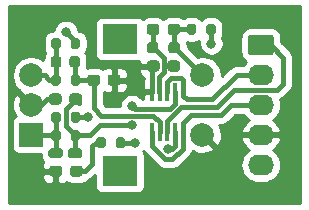
<source format=gbr>
%TF.GenerationSoftware,KiCad,Pcbnew,5.1.12-1.fc35*%
%TF.CreationDate,2021-11-27T14:34:01+00:00*%
%TF.ProjectId,kiCAD_TriSchmittPanelMount_v003.1,6b694341-445f-4547-9269-5363686d6974,rev?*%
%TF.SameCoordinates,Original*%
%TF.FileFunction,Copper,L1,Top*%
%TF.FilePolarity,Positive*%
%FSLAX46Y46*%
G04 Gerber Fmt 4.6, Leading zero omitted, Abs format (unit mm)*
G04 Created by KiCad (PCBNEW 5.1.12-1.fc35) date 2021-11-27 14:34:01*
%MOMM*%
%LPD*%
G01*
G04 APERTURE LIST*
%TA.AperFunction,ComponentPad*%
%ADD10O,2.190000X1.740000*%
%TD*%
%TA.AperFunction,SMDPad,CuDef*%
%ADD11R,0.300000X1.600000*%
%TD*%
%TA.AperFunction,ComponentPad*%
%ADD12C,2.000000*%
%TD*%
%TA.AperFunction,ComponentPad*%
%ADD13R,3.000000X2.500000*%
%TD*%
%TA.AperFunction,ComponentPad*%
%ADD14R,2.000000X2.000000*%
%TD*%
%TA.AperFunction,ViaPad*%
%ADD15C,0.800000*%
%TD*%
%TA.AperFunction,Conductor*%
%ADD16C,0.400000*%
%TD*%
%TA.AperFunction,Conductor*%
%ADD17C,1.000000*%
%TD*%
%TA.AperFunction,Conductor*%
%ADD18C,0.254000*%
%TD*%
%TA.AperFunction,Conductor*%
%ADD19C,0.100000*%
%TD*%
G04 APERTURE END LIST*
%TO.P,R7,2*%
%TO.N,Net-(D4-Pad2)*%
%TA.AperFunction,SMDPad,CuDef*%
G36*
G01*
X200675000Y-76625000D02*
X200675000Y-77175000D01*
G75*
G02*
X200475000Y-77375000I-200000J0D01*
G01*
X200075000Y-77375000D01*
G75*
G02*
X199875000Y-77175000I0J200000D01*
G01*
X199875000Y-76625000D01*
G75*
G02*
X200075000Y-76425000I200000J0D01*
G01*
X200475000Y-76425000D01*
G75*
G02*
X200675000Y-76625000I0J-200000D01*
G01*
G37*
%TD.AperFunction*%
%TO.P,R7,1*%
%TO.N,VCC*%
%TA.AperFunction,SMDPad,CuDef*%
G36*
G01*
X202325000Y-76625000D02*
X202325000Y-77175000D01*
G75*
G02*
X202125000Y-77375000I-200000J0D01*
G01*
X201725000Y-77375000D01*
G75*
G02*
X201525000Y-77175000I0J200000D01*
G01*
X201525000Y-76625000D01*
G75*
G02*
X201725000Y-76425000I200000J0D01*
G01*
X202125000Y-76425000D01*
G75*
G02*
X202325000Y-76625000I0J-200000D01*
G01*
G37*
%TD.AperFunction*%
%TD*%
%TO.P,D4,2*%
%TO.N,Net-(D4-Pad2)*%
%TA.AperFunction,SMDPad,CuDef*%
G36*
G01*
X197650000Y-79537500D02*
X197650000Y-79062500D01*
G75*
G02*
X197887500Y-78825000I237500J0D01*
G01*
X198462500Y-78825000D01*
G75*
G02*
X198700000Y-79062500I0J-237500D01*
G01*
X198700000Y-79537500D01*
G75*
G02*
X198462500Y-79775000I-237500J0D01*
G01*
X197887500Y-79775000D01*
G75*
G02*
X197650000Y-79537500I0J237500D01*
G01*
G37*
%TD.AperFunction*%
%TO.P,D4,1*%
%TO.N,GND*%
%TA.AperFunction,SMDPad,CuDef*%
G36*
G01*
X195900000Y-79537500D02*
X195900000Y-79062500D01*
G75*
G02*
X196137500Y-78825000I237500J0D01*
G01*
X196712500Y-78825000D01*
G75*
G02*
X196950000Y-79062500I0J-237500D01*
G01*
X196950000Y-79537500D01*
G75*
G02*
X196712500Y-79775000I-237500J0D01*
G01*
X196137500Y-79775000D01*
G75*
G02*
X195900000Y-79537500I0J237500D01*
G01*
G37*
%TD.AperFunction*%
%TD*%
%TO.P,J1,1*%
%TO.N,/EncA_Out*%
%TA.AperFunction,ComponentPad*%
G36*
G01*
X212954999Y-67750000D02*
X214645001Y-67750000D01*
G75*
G02*
X214895000Y-67999999I0J-249999D01*
G01*
X214895000Y-69240001D01*
G75*
G02*
X214645001Y-69490000I-249999J0D01*
G01*
X212954999Y-69490000D01*
G75*
G02*
X212705000Y-69240001I0J249999D01*
G01*
X212705000Y-67999999D01*
G75*
G02*
X212954999Y-67750000I249999J0D01*
G01*
G37*
%TD.AperFunction*%
D10*
%TO.P,J1,2*%
%TO.N,/EncB_Out*%
X213800000Y-71160000D03*
%TO.P,J1,3*%
%TO.N,/EncSw_Out*%
X213800000Y-73700000D03*
%TO.P,J1,4*%
%TO.N,GND*%
X213800000Y-76240000D03*
%TO.P,J1,5*%
%TO.N,VCC*%
X213800000Y-78780000D03*
%TD*%
D11*
%TO.P,U1,8*%
%TO.N,VCC*%
X206525000Y-76000000D03*
%TO.P,U1,7*%
%TO.N,/EncA_Out*%
X205875000Y-76000000D03*
%TO.P,U1,6*%
%TO.N,Trig_EncB*%
X205225000Y-76000000D03*
%TO.P,U1,5*%
%TO.N,/EncSw_Out*%
X204575000Y-76000000D03*
%TO.P,U1,4*%
%TO.N,GND*%
X204575000Y-72600000D03*
%TO.P,U1,3*%
%TO.N,Trig_EncSw*%
X205225000Y-72600000D03*
%TO.P,U1,2*%
%TO.N,/EncB_Out*%
X205875000Y-72600000D03*
%TO.P,U1,1*%
%TO.N,Trig_EncA*%
X206525000Y-72600000D03*
%TD*%
%TO.P,R6,2*%
%TO.N,Sig_EncSw*%
%TA.AperFunction,SMDPad,CuDef*%
G36*
G01*
X205975000Y-69087500D02*
X205975000Y-68612500D01*
G75*
G02*
X206212500Y-68375000I237500J0D01*
G01*
X206712500Y-68375000D01*
G75*
G02*
X206950000Y-68612500I0J-237500D01*
G01*
X206950000Y-69087500D01*
G75*
G02*
X206712500Y-69325000I-237500J0D01*
G01*
X206212500Y-69325000D01*
G75*
G02*
X205975000Y-69087500I0J237500D01*
G01*
G37*
%TD.AperFunction*%
%TO.P,R6,1*%
%TO.N,Trig_EncSw*%
%TA.AperFunction,SMDPad,CuDef*%
G36*
G01*
X204150000Y-69087500D02*
X204150000Y-68612500D01*
G75*
G02*
X204387500Y-68375000I237500J0D01*
G01*
X204887500Y-68375000D01*
G75*
G02*
X205125000Y-68612500I0J-237500D01*
G01*
X205125000Y-69087500D01*
G75*
G02*
X204887500Y-69325000I-237500J0D01*
G01*
X204387500Y-69325000D01*
G75*
G02*
X204150000Y-69087500I0J237500D01*
G01*
G37*
%TD.AperFunction*%
%TD*%
%TO.P,R5,2*%
%TO.N,VCC*%
%TA.AperFunction,SMDPad,CuDef*%
G36*
G01*
X209175000Y-67575000D02*
X209175000Y-67025000D01*
G75*
G02*
X209375000Y-66825000I200000J0D01*
G01*
X209775000Y-66825000D01*
G75*
G02*
X209975000Y-67025000I0J-200000D01*
G01*
X209975000Y-67575000D01*
G75*
G02*
X209775000Y-67775000I-200000J0D01*
G01*
X209375000Y-67775000D01*
G75*
G02*
X209175000Y-67575000I0J200000D01*
G01*
G37*
%TD.AperFunction*%
%TO.P,R5,1*%
%TO.N,Sig_EncSw*%
%TA.AperFunction,SMDPad,CuDef*%
G36*
G01*
X207525000Y-67575000D02*
X207525000Y-67025000D01*
G75*
G02*
X207725000Y-66825000I200000J0D01*
G01*
X208125000Y-66825000D01*
G75*
G02*
X208325000Y-67025000I0J-200000D01*
G01*
X208325000Y-67575000D01*
G75*
G02*
X208125000Y-67775000I-200000J0D01*
G01*
X207725000Y-67775000D01*
G75*
G02*
X207525000Y-67575000I0J200000D01*
G01*
G37*
%TD.AperFunction*%
%TD*%
%TO.P,R4,2*%
%TO.N,Sig_EncB*%
%TA.AperFunction,SMDPad,CuDef*%
G36*
G01*
X196833834Y-71325000D02*
X196833834Y-71875000D01*
G75*
G02*
X196633834Y-72075000I-200000J0D01*
G01*
X196233834Y-72075000D01*
G75*
G02*
X196033834Y-71875000I0J200000D01*
G01*
X196033834Y-71325000D01*
G75*
G02*
X196233834Y-71125000I200000J0D01*
G01*
X196633834Y-71125000D01*
G75*
G02*
X196833834Y-71325000I0J-200000D01*
G01*
G37*
%TD.AperFunction*%
%TO.P,R4,1*%
%TO.N,Trig_EncB*%
%TA.AperFunction,SMDPad,CuDef*%
G36*
G01*
X198483834Y-71325000D02*
X198483834Y-71875000D01*
G75*
G02*
X198283834Y-72075000I-200000J0D01*
G01*
X197883834Y-72075000D01*
G75*
G02*
X197683834Y-71875000I0J200000D01*
G01*
X197683834Y-71325000D01*
G75*
G02*
X197883834Y-71125000I200000J0D01*
G01*
X198283834Y-71125000D01*
G75*
G02*
X198483834Y-71325000I0J-200000D01*
G01*
G37*
%TD.AperFunction*%
%TD*%
%TO.P,R3,2*%
%TO.N,VCC*%
%TA.AperFunction,SMDPad,CuDef*%
G36*
G01*
X197683834Y-68775000D02*
X197683834Y-68225000D01*
G75*
G02*
X197883834Y-68025000I200000J0D01*
G01*
X198283834Y-68025000D01*
G75*
G02*
X198483834Y-68225000I0J-200000D01*
G01*
X198483834Y-68775000D01*
G75*
G02*
X198283834Y-68975000I-200000J0D01*
G01*
X197883834Y-68975000D01*
G75*
G02*
X197683834Y-68775000I0J200000D01*
G01*
G37*
%TD.AperFunction*%
%TO.P,R3,1*%
%TO.N,Sig_EncB*%
%TA.AperFunction,SMDPad,CuDef*%
G36*
G01*
X196033834Y-68775000D02*
X196033834Y-68225000D01*
G75*
G02*
X196233834Y-68025000I200000J0D01*
G01*
X196633834Y-68025000D01*
G75*
G02*
X196833834Y-68225000I0J-200000D01*
G01*
X196833834Y-68775000D01*
G75*
G02*
X196633834Y-68975000I-200000J0D01*
G01*
X196233834Y-68975000D01*
G75*
G02*
X196033834Y-68775000I0J200000D01*
G01*
G37*
%TD.AperFunction*%
%TD*%
%TO.P,R2,1*%
%TO.N,Trig_EncA*%
%TA.AperFunction,SMDPad,CuDef*%
G36*
G01*
X198483834Y-75998334D02*
X198483834Y-76548334D01*
G75*
G02*
X198283834Y-76748334I-200000J0D01*
G01*
X197883834Y-76748334D01*
G75*
G02*
X197683834Y-76548334I0J200000D01*
G01*
X197683834Y-75998334D01*
G75*
G02*
X197883834Y-75798334I200000J0D01*
G01*
X198283834Y-75798334D01*
G75*
G02*
X198483834Y-75998334I0J-200000D01*
G01*
G37*
%TD.AperFunction*%
%TO.P,R2,2*%
%TO.N,Sig_EncA*%
%TA.AperFunction,SMDPad,CuDef*%
G36*
G01*
X196833834Y-75998334D02*
X196833834Y-76548334D01*
G75*
G02*
X196633834Y-76748334I-200000J0D01*
G01*
X196233834Y-76748334D01*
G75*
G02*
X196033834Y-76548334I0J200000D01*
G01*
X196033834Y-75998334D01*
G75*
G02*
X196233834Y-75798334I200000J0D01*
G01*
X196633834Y-75798334D01*
G75*
G02*
X196833834Y-75998334I0J-200000D01*
G01*
G37*
%TD.AperFunction*%
%TD*%
%TO.P,R1,1*%
%TO.N,Sig_EncA*%
%TA.AperFunction,SMDPad,CuDef*%
G36*
G01*
X196033834Y-75011668D02*
X196033834Y-74461668D01*
G75*
G02*
X196233834Y-74261668I200000J0D01*
G01*
X196633834Y-74261668D01*
G75*
G02*
X196833834Y-74461668I0J-200000D01*
G01*
X196833834Y-75011668D01*
G75*
G02*
X196633834Y-75211668I-200000J0D01*
G01*
X196233834Y-75211668D01*
G75*
G02*
X196033834Y-75011668I0J200000D01*
G01*
G37*
%TD.AperFunction*%
%TO.P,R1,2*%
%TO.N,VCC*%
%TA.AperFunction,SMDPad,CuDef*%
G36*
G01*
X197683834Y-75011668D02*
X197683834Y-74461668D01*
G75*
G02*
X197883834Y-74261668I200000J0D01*
G01*
X198283834Y-74261668D01*
G75*
G02*
X198483834Y-74461668I0J-200000D01*
G01*
X198483834Y-75011668D01*
G75*
G02*
X198283834Y-75211668I-200000J0D01*
G01*
X197883834Y-75211668D01*
G75*
G02*
X197683834Y-75011668I0J200000D01*
G01*
G37*
%TD.AperFunction*%
%TD*%
%TO.P,D3,2*%
%TO.N,Sig_EncSw*%
%TA.AperFunction,SMDPad,CuDef*%
G36*
G01*
X205900000Y-67537500D02*
X205900000Y-67062500D01*
G75*
G02*
X206137500Y-66825000I237500J0D01*
G01*
X206712500Y-66825000D01*
G75*
G02*
X206950000Y-67062500I0J-237500D01*
G01*
X206950000Y-67537500D01*
G75*
G02*
X206712500Y-67775000I-237500J0D01*
G01*
X206137500Y-67775000D01*
G75*
G02*
X205900000Y-67537500I0J237500D01*
G01*
G37*
%TD.AperFunction*%
%TO.P,D3,1*%
%TO.N,Trig_EncSw*%
%TA.AperFunction,SMDPad,CuDef*%
G36*
G01*
X204150000Y-67537500D02*
X204150000Y-67062500D01*
G75*
G02*
X204387500Y-66825000I237500J0D01*
G01*
X204962500Y-66825000D01*
G75*
G02*
X205200000Y-67062500I0J-237500D01*
G01*
X205200000Y-67537500D01*
G75*
G02*
X204962500Y-67775000I-237500J0D01*
G01*
X204387500Y-67775000D01*
G75*
G02*
X204150000Y-67537500I0J237500D01*
G01*
G37*
%TD.AperFunction*%
%TD*%
%TO.P,D2,2*%
%TO.N,Sig_EncB*%
%TA.AperFunction,SMDPad,CuDef*%
G36*
G01*
X196888834Y-69793750D02*
X196888834Y-70306250D01*
G75*
G02*
X196670084Y-70525000I-218750J0D01*
G01*
X196232584Y-70525000D01*
G75*
G02*
X196013834Y-70306250I0J218750D01*
G01*
X196013834Y-69793750D01*
G75*
G02*
X196232584Y-69575000I218750J0D01*
G01*
X196670084Y-69575000D01*
G75*
G02*
X196888834Y-69793750I0J-218750D01*
G01*
G37*
%TD.AperFunction*%
%TO.P,D2,1*%
%TO.N,Trig_EncB*%
%TA.AperFunction,SMDPad,CuDef*%
G36*
G01*
X198463834Y-69793750D02*
X198463834Y-70306250D01*
G75*
G02*
X198245084Y-70525000I-218750J0D01*
G01*
X197807584Y-70525000D01*
G75*
G02*
X197588834Y-70306250I0J218750D01*
G01*
X197588834Y-69793750D01*
G75*
G02*
X197807584Y-69575000I218750J0D01*
G01*
X198245084Y-69575000D01*
G75*
G02*
X198463834Y-69793750I0J-218750D01*
G01*
G37*
%TD.AperFunction*%
%TD*%
%TO.P,D1,1*%
%TO.N,Trig_EncA*%
%TA.AperFunction,SMDPad,CuDef*%
G36*
G01*
X198663834Y-77587500D02*
X198663834Y-78012500D01*
G75*
G02*
X198451334Y-78225000I-212500J0D01*
G01*
X197651334Y-78225000D01*
G75*
G02*
X197438834Y-78012500I0J212500D01*
G01*
X197438834Y-77587500D01*
G75*
G02*
X197651334Y-77375000I212500J0D01*
G01*
X198451334Y-77375000D01*
G75*
G02*
X198663834Y-77587500I0J-212500D01*
G01*
G37*
%TD.AperFunction*%
%TO.P,D1,2*%
%TO.N,Sig_EncA*%
%TA.AperFunction,SMDPad,CuDef*%
G36*
G01*
X197038834Y-77587500D02*
X197038834Y-78012500D01*
G75*
G02*
X196826334Y-78225000I-212500J0D01*
G01*
X196026334Y-78225000D01*
G75*
G02*
X195813834Y-78012500I0J212500D01*
G01*
X195813834Y-77587500D01*
G75*
G02*
X196026334Y-77375000I212500J0D01*
G01*
X196826334Y-77375000D01*
G75*
G02*
X197038834Y-77587500I0J-212500D01*
G01*
G37*
%TD.AperFunction*%
%TD*%
%TO.P,C3,2*%
%TO.N,Trig_EncSw*%
%TA.AperFunction,SMDPad,CuDef*%
G36*
G01*
X205875000Y-70637500D02*
X205875000Y-70162500D01*
G75*
G02*
X206112500Y-69925000I237500J0D01*
G01*
X206712500Y-69925000D01*
G75*
G02*
X206950000Y-70162500I0J-237500D01*
G01*
X206950000Y-70637500D01*
G75*
G02*
X206712500Y-70875000I-237500J0D01*
G01*
X206112500Y-70875000D01*
G75*
G02*
X205875000Y-70637500I0J237500D01*
G01*
G37*
%TD.AperFunction*%
%TO.P,C3,1*%
%TO.N,GND*%
%TA.AperFunction,SMDPad,CuDef*%
G36*
G01*
X204150000Y-70637500D02*
X204150000Y-70162500D01*
G75*
G02*
X204387500Y-69925000I237500J0D01*
G01*
X204987500Y-69925000D01*
G75*
G02*
X205225000Y-70162500I0J-237500D01*
G01*
X205225000Y-70637500D01*
G75*
G02*
X204987500Y-70875000I-237500J0D01*
G01*
X204387500Y-70875000D01*
G75*
G02*
X204150000Y-70637500I0J237500D01*
G01*
G37*
%TD.AperFunction*%
%TD*%
%TO.P,C2,2*%
%TO.N,Trig_EncB*%
%TA.AperFunction,SMDPad,CuDef*%
G36*
G01*
X200175000Y-71362500D02*
X200175000Y-71837500D01*
G75*
G02*
X199937500Y-72075000I-237500J0D01*
G01*
X199337500Y-72075000D01*
G75*
G02*
X199100000Y-71837500I0J237500D01*
G01*
X199100000Y-71362500D01*
G75*
G02*
X199337500Y-71125000I237500J0D01*
G01*
X199937500Y-71125000D01*
G75*
G02*
X200175000Y-71362500I0J-237500D01*
G01*
G37*
%TD.AperFunction*%
%TO.P,C2,1*%
%TO.N,GND*%
%TA.AperFunction,SMDPad,CuDef*%
G36*
G01*
X201900000Y-71362500D02*
X201900000Y-71837500D01*
G75*
G02*
X201662500Y-72075000I-237500J0D01*
G01*
X201062500Y-72075000D01*
G75*
G02*
X200825000Y-71837500I0J237500D01*
G01*
X200825000Y-71362500D01*
G75*
G02*
X201062500Y-71125000I237500J0D01*
G01*
X201662500Y-71125000D01*
G75*
G02*
X201900000Y-71362500I0J-237500D01*
G01*
G37*
%TD.AperFunction*%
%TD*%
%TO.P,C1,1*%
%TO.N,GND*%
%TA.AperFunction,SMDPad,CuDef*%
G36*
G01*
X195858834Y-73437500D02*
X195858834Y-72962500D01*
G75*
G02*
X196096334Y-72725000I237500J0D01*
G01*
X196696334Y-72725000D01*
G75*
G02*
X196933834Y-72962500I0J-237500D01*
G01*
X196933834Y-73437500D01*
G75*
G02*
X196696334Y-73675000I-237500J0D01*
G01*
X196096334Y-73675000D01*
G75*
G02*
X195858834Y-73437500I0J237500D01*
G01*
G37*
%TD.AperFunction*%
%TO.P,C1,2*%
%TO.N,Trig_EncA*%
%TA.AperFunction,SMDPad,CuDef*%
G36*
G01*
X197583834Y-73437500D02*
X197583834Y-72962500D01*
G75*
G02*
X197821334Y-72725000I237500J0D01*
G01*
X198421334Y-72725000D01*
G75*
G02*
X198658834Y-72962500I0J-237500D01*
G01*
X198658834Y-73437500D01*
G75*
G02*
X198421334Y-73675000I-237500J0D01*
G01*
X197821334Y-73675000D01*
G75*
G02*
X197583834Y-73437500I0J237500D01*
G01*
G37*
%TD.AperFunction*%
%TD*%
D12*
%TO.P,SW1,S2*%
%TO.N,Sig_EncSw*%
X208850000Y-71200000D03*
%TO.P,SW1,S1*%
%TO.N,GND*%
X208850000Y-76200000D03*
D13*
%TO.P,SW1,MP*%
%TO.N,N/C*%
X201850000Y-68100000D03*
X201850000Y-79300000D03*
D12*
%TO.P,SW1,B*%
%TO.N,Sig_EncB*%
X194350000Y-71200000D03*
%TO.P,SW1,C*%
%TO.N,GND*%
X194350000Y-73700000D03*
D14*
%TO.P,SW1,A*%
%TO.N,Sig_EncA*%
X194350000Y-76200000D03*
%TD*%
D15*
%TO.N,VCC*%
X209600000Y-68500000D03*
X199200000Y-74700000D03*
X205965689Y-77434303D03*
X197300002Y-67500000D03*
X203100000Y-76900000D03*
%TO.N,Trig_EncA*%
X202900000Y-75400008D03*
X202900000Y-73799977D03*
%TD*%
D16*
%TO.N,GND*%
X194350000Y-73700000D02*
X195046334Y-73700000D01*
X194900000Y-73150000D02*
X194350000Y-73700000D01*
X195700000Y-73200000D02*
X196396334Y-73200000D01*
X195200000Y-73700000D02*
X195700000Y-73200000D01*
X194350000Y-73700000D02*
X195200000Y-73700000D01*
X204575000Y-70512500D02*
X204687500Y-70400000D01*
X204575000Y-72600000D02*
X204575000Y-70512500D01*
%TO.N,VCC*%
X209575000Y-67725004D02*
X209575000Y-67300000D01*
X209600000Y-68500000D02*
X209575000Y-67725004D01*
X198083834Y-74736668D02*
X199163332Y-74736668D01*
X199163332Y-74736668D02*
X199200000Y-74700000D01*
X206525000Y-76000000D02*
X206525000Y-77200000D01*
X206525000Y-77200000D02*
X206290697Y-77434303D01*
X206290697Y-77434303D02*
X205965689Y-77434303D01*
X198083834Y-68500000D02*
X198083834Y-68283832D01*
X198083834Y-68283832D02*
X197300002Y-67500000D01*
X203100000Y-76900000D02*
X201925000Y-76900000D01*
%TO.N,Trig_EncA*%
X198051334Y-76305834D02*
X198083834Y-76273334D01*
X198051334Y-77800000D02*
X198051334Y-76305834D01*
X197283824Y-75473324D02*
X198083834Y-76273334D01*
X197283824Y-74037510D02*
X197283824Y-75473324D01*
X198121334Y-73200000D02*
X197283824Y-74037510D01*
X198121334Y-73200000D02*
X198421334Y-73500000D01*
X202900000Y-73800000D02*
X202900000Y-73800000D01*
X206525000Y-73577912D02*
X206102925Y-73999987D01*
X203100010Y-73999987D02*
X202900000Y-73799977D01*
X206525000Y-72600000D02*
X206525000Y-73577912D01*
X206102925Y-73999987D02*
X203100010Y-73999987D01*
X200199992Y-75400008D02*
X202900000Y-75400008D01*
X199326666Y-76273334D02*
X200199992Y-75400008D01*
X198083834Y-76273334D02*
X199326666Y-76273334D01*
%TO.N,Trig_EncB*%
X199637500Y-71600000D02*
X198083834Y-71600000D01*
X198083834Y-71600000D02*
X198083834Y-70107500D01*
X205225000Y-75125000D02*
X205225000Y-76000000D01*
X204699987Y-74599987D02*
X205225000Y-75125000D01*
X200299987Y-74599987D02*
X204699987Y-74599987D01*
X199637500Y-73937500D02*
X200299987Y-74599987D01*
X199637500Y-71600000D02*
X199637500Y-73937500D01*
%TO.N,Trig_EncSw*%
X204637500Y-68850000D02*
X204675000Y-68812500D01*
X204675000Y-68812500D02*
X204675000Y-67300000D01*
X205625010Y-69725010D02*
X204750000Y-68850000D01*
X204750000Y-68850000D02*
X204637500Y-68850000D01*
X206300000Y-70400000D02*
X206412500Y-70400000D01*
X205199989Y-71326587D02*
X205625010Y-70901566D01*
X205199989Y-72574989D02*
X205199989Y-71326587D01*
X206412500Y-70400000D02*
X205700000Y-70400000D01*
X205700000Y-70400000D02*
X205625010Y-70325010D01*
X205625010Y-70325010D02*
X205625010Y-69725010D01*
X205625010Y-70901566D02*
X205625010Y-70325010D01*
%TO.N,Sig_EncA*%
X196426334Y-74744168D02*
X196433834Y-74736668D01*
X196426334Y-77800000D02*
X196426334Y-74744168D01*
X194350000Y-76200000D02*
X194350000Y-76800000D01*
X196360500Y-76200000D02*
X194350000Y-76200000D01*
X196433834Y-76273334D02*
X196360500Y-76200000D01*
D17*
%TO.N,Sig_EncB*%
X194110000Y-71200000D02*
X194150000Y-71240000D01*
D16*
X196433834Y-68500000D02*
X196433834Y-71600000D01*
X195900000Y-71600000D02*
X195500000Y-71200000D01*
X196433834Y-71600000D02*
X195900000Y-71600000D01*
X195500000Y-71200000D02*
X194350000Y-71200000D01*
%TO.N,Sig_EncSw*%
X208550000Y-71279998D02*
X208145012Y-70875010D01*
X206447500Y-68835000D02*
X206462500Y-68850000D01*
X206425000Y-68812500D02*
X206462500Y-68850000D01*
X206425000Y-67300000D02*
X206425000Y-68812500D01*
X207925000Y-67300000D02*
X206425000Y-67300000D01*
X206500000Y-68850000D02*
X208850000Y-71200000D01*
X206462500Y-68850000D02*
X206500000Y-68850000D01*
%TO.N,/EncA_Out*%
X214200000Y-69100000D02*
X214000000Y-68900000D01*
X207051455Y-73900000D02*
X205875000Y-75076455D01*
X210048542Y-73900000D02*
X207051455Y-73900000D01*
X215150000Y-72430000D02*
X211518542Y-72430000D01*
X211518542Y-72430000D02*
X210048542Y-73900000D01*
X215680000Y-71900000D02*
X215150000Y-72430000D01*
X215680000Y-69680000D02*
X215680000Y-71900000D01*
X205875000Y-75076455D02*
X205875000Y-76000000D01*
X214620000Y-68620000D02*
X215680000Y-69680000D01*
X213800000Y-68620000D02*
X214620000Y-68620000D01*
%TO.N,/EncB_Out*%
X211740000Y-71160000D02*
X213800000Y-71160000D01*
X207500000Y-73200000D02*
X209700000Y-73200000D01*
X207200000Y-72900000D02*
X207500000Y-73200000D01*
X209700000Y-73200000D02*
X211740000Y-71160000D01*
X207200000Y-71604998D02*
X207200000Y-72900000D01*
X206995002Y-71400000D02*
X207200000Y-71604998D01*
X206200000Y-71400000D02*
X206995002Y-71400000D01*
X205875000Y-71725000D02*
X206200000Y-71400000D01*
X205875000Y-72600000D02*
X205875000Y-71725000D01*
%TO.N,/EncSw_Out*%
X211300000Y-73700000D02*
X213800000Y-73700000D01*
X210445001Y-74554999D02*
X211300000Y-73700000D01*
X207200000Y-77400000D02*
X207200000Y-75197085D01*
X206300000Y-78300000D02*
X207200000Y-77400000D01*
X207200000Y-75197085D02*
X207842086Y-74554999D01*
X204575000Y-77175000D02*
X205700000Y-78300000D01*
X213800000Y-73700000D02*
X214000000Y-73700000D01*
X207842086Y-74554999D02*
X210445001Y-74554999D01*
X205700000Y-78300000D02*
X206300000Y-78300000D01*
X204575000Y-76000000D02*
X204575000Y-77175000D01*
%TO.N,Net-(D4-Pad2)*%
X199500000Y-78700000D02*
X199500000Y-77200000D01*
X199800000Y-76900000D02*
X200275000Y-76900000D01*
X199500000Y-77200000D02*
X199800000Y-76900000D01*
X198900000Y-79300000D02*
X199500000Y-78700000D01*
X198175000Y-79300000D02*
X198900000Y-79300000D01*
%TD*%
D18*
%TO.N,GND*%
X217140000Y-82040000D02*
X192460000Y-82040000D01*
X192460000Y-79775000D01*
X195261928Y-79775000D01*
X195274188Y-79899482D01*
X195310498Y-80019180D01*
X195369463Y-80129494D01*
X195448815Y-80226185D01*
X195545506Y-80305537D01*
X195655820Y-80364502D01*
X195775518Y-80400812D01*
X195900000Y-80413072D01*
X196139250Y-80410000D01*
X196298000Y-80251250D01*
X196298000Y-79427000D01*
X195423750Y-79427000D01*
X195265000Y-79585750D01*
X195261928Y-79775000D01*
X192460000Y-79775000D01*
X192460000Y-73762595D01*
X192708282Y-73762595D01*
X192752039Y-74081675D01*
X192857205Y-74386088D01*
X192950186Y-74560044D01*
X193099223Y-74614024D01*
X192995506Y-74669463D01*
X192898815Y-74748815D01*
X192819463Y-74845506D01*
X192760498Y-74955820D01*
X192724188Y-75075518D01*
X192711928Y-75200000D01*
X192711928Y-77200000D01*
X192724188Y-77324482D01*
X192760498Y-77444180D01*
X192819463Y-77554494D01*
X192898815Y-77651185D01*
X192995506Y-77730537D01*
X193105820Y-77789502D01*
X193225518Y-77825812D01*
X193350000Y-77838072D01*
X195175762Y-77838072D01*
X195175762Y-78012500D01*
X195192106Y-78178438D01*
X195240508Y-78338000D01*
X195319109Y-78485052D01*
X195344894Y-78516471D01*
X195310498Y-78580820D01*
X195274188Y-78700518D01*
X195261928Y-78825000D01*
X195265000Y-79014250D01*
X195423750Y-79173000D01*
X196298000Y-79173000D01*
X196298000Y-79153000D01*
X196552000Y-79153000D01*
X196552000Y-79173000D01*
X196572000Y-79173000D01*
X196572000Y-79427000D01*
X196552000Y-79427000D01*
X196552000Y-80251250D01*
X196710750Y-80410000D01*
X196950000Y-80413072D01*
X197074482Y-80400812D01*
X197194180Y-80364502D01*
X197304494Y-80305537D01*
X197377161Y-80245901D01*
X197401058Y-80265512D01*
X197552433Y-80346423D01*
X197716684Y-80396248D01*
X197887500Y-80413072D01*
X198462500Y-80413072D01*
X198633316Y-80396248D01*
X198797567Y-80346423D01*
X198948942Y-80265512D01*
X199081623Y-80156623D01*
X199124398Y-80104502D01*
X199221087Y-80075172D01*
X199366146Y-79997636D01*
X199493291Y-79893291D01*
X199519445Y-79861422D01*
X199711928Y-79668939D01*
X199711928Y-80550000D01*
X199724188Y-80674482D01*
X199760498Y-80794180D01*
X199819463Y-80904494D01*
X199898815Y-81001185D01*
X199995506Y-81080537D01*
X200105820Y-81139502D01*
X200225518Y-81175812D01*
X200350000Y-81188072D01*
X203350000Y-81188072D01*
X203474482Y-81175812D01*
X203594180Y-81139502D01*
X203704494Y-81080537D01*
X203801185Y-81001185D01*
X203880537Y-80904494D01*
X203939502Y-80794180D01*
X203975812Y-80674482D01*
X203988072Y-80550000D01*
X203988072Y-78050000D01*
X203975812Y-77925518D01*
X203939502Y-77805820D01*
X203880537Y-77695506D01*
X203829903Y-77633808D01*
X203858276Y-77605435D01*
X203876239Y-77639040D01*
X203877365Y-77641146D01*
X203981710Y-77768291D01*
X204013574Y-77794441D01*
X205080558Y-78861426D01*
X205106709Y-78893291D01*
X205233854Y-78997636D01*
X205378913Y-79075172D01*
X205536311Y-79122918D01*
X205658981Y-79135000D01*
X205658991Y-79135000D01*
X205699999Y-79139039D01*
X205741007Y-79135000D01*
X206258982Y-79135000D01*
X206300000Y-79139040D01*
X206341018Y-79135000D01*
X206341019Y-79135000D01*
X206463689Y-79122918D01*
X206621087Y-79075172D01*
X206766146Y-78997636D01*
X206893291Y-78893291D01*
X206919446Y-78861421D01*
X207000867Y-78780000D01*
X212062718Y-78780000D01*
X212091776Y-79075032D01*
X212177834Y-79358725D01*
X212317583Y-79620179D01*
X212505655Y-79849345D01*
X212734821Y-80037417D01*
X212996275Y-80177166D01*
X213279968Y-80263224D01*
X213501064Y-80285000D01*
X214098936Y-80285000D01*
X214320032Y-80263224D01*
X214603725Y-80177166D01*
X214865179Y-80037417D01*
X215094345Y-79849345D01*
X215282417Y-79620179D01*
X215422166Y-79358725D01*
X215508224Y-79075032D01*
X215537282Y-78780000D01*
X215508224Y-78484968D01*
X215422166Y-78201275D01*
X215282417Y-77939821D01*
X215094345Y-77710655D01*
X214865179Y-77522583D01*
X214836848Y-77507440D01*
X214977433Y-77414708D01*
X215188306Y-77206326D01*
X215354474Y-76960809D01*
X215469551Y-76687591D01*
X215486302Y-76600031D01*
X215365246Y-76367000D01*
X213927000Y-76367000D01*
X213927000Y-76387000D01*
X213673000Y-76387000D01*
X213673000Y-76367000D01*
X212234754Y-76367000D01*
X212113698Y-76600031D01*
X212130449Y-76687591D01*
X212245526Y-76960809D01*
X212411694Y-77206326D01*
X212622567Y-77414708D01*
X212763152Y-77507440D01*
X212734821Y-77522583D01*
X212505655Y-77710655D01*
X212317583Y-77939821D01*
X212177834Y-78201275D01*
X212091776Y-78484968D01*
X212062718Y-78780000D01*
X207000867Y-78780000D01*
X207761427Y-78019440D01*
X207793291Y-77993291D01*
X207897636Y-77866146D01*
X207975172Y-77721087D01*
X208009130Y-77609142D01*
X208279571Y-77740704D01*
X208591108Y-77822384D01*
X208912595Y-77841718D01*
X209231675Y-77797961D01*
X209536088Y-77692795D01*
X209710044Y-77599814D01*
X209805808Y-77335413D01*
X208850000Y-76379605D01*
X208835858Y-76393748D01*
X208656253Y-76214143D01*
X208670395Y-76200000D01*
X208656253Y-76185858D01*
X208835858Y-76006253D01*
X208850000Y-76020395D01*
X208864143Y-76006253D01*
X209043748Y-76185858D01*
X209029605Y-76200000D01*
X209985413Y-77155808D01*
X210249814Y-77060044D01*
X210390704Y-76770429D01*
X210472384Y-76458892D01*
X210491718Y-76137405D01*
X210447961Y-75818325D01*
X210342795Y-75513912D01*
X210276562Y-75389999D01*
X210403983Y-75389999D01*
X210445001Y-75394039D01*
X210486019Y-75389999D01*
X210486020Y-75389999D01*
X210608690Y-75377917D01*
X210766088Y-75330171D01*
X210911147Y-75252635D01*
X211038292Y-75148290D01*
X211064447Y-75116420D01*
X211645868Y-74535000D01*
X212314815Y-74535000D01*
X212317583Y-74540179D01*
X212505655Y-74769345D01*
X212734821Y-74957417D01*
X212763152Y-74972560D01*
X212622567Y-75065292D01*
X212411694Y-75273674D01*
X212245526Y-75519191D01*
X212130449Y-75792409D01*
X212113698Y-75879969D01*
X212234754Y-76113000D01*
X213673000Y-76113000D01*
X213673000Y-76093000D01*
X213927000Y-76093000D01*
X213927000Y-76113000D01*
X215365246Y-76113000D01*
X215486302Y-75879969D01*
X215469551Y-75792409D01*
X215354474Y-75519191D01*
X215188306Y-75273674D01*
X214977433Y-75065292D01*
X214836848Y-74972560D01*
X214865179Y-74957417D01*
X215094345Y-74769345D01*
X215282417Y-74540179D01*
X215422166Y-74278725D01*
X215508224Y-73995032D01*
X215537282Y-73700000D01*
X215508224Y-73404968D01*
X215449594Y-73211692D01*
X215471087Y-73205172D01*
X215616146Y-73127636D01*
X215743291Y-73023291D01*
X215769446Y-72991421D01*
X216241421Y-72519446D01*
X216273291Y-72493291D01*
X216377636Y-72366146D01*
X216455172Y-72221087D01*
X216502918Y-72063689D01*
X216515000Y-71941019D01*
X216519040Y-71900001D01*
X216515000Y-71858982D01*
X216515000Y-69721007D01*
X216519039Y-69679999D01*
X216515000Y-69638991D01*
X216515000Y-69638981D01*
X216502918Y-69516311D01*
X216455172Y-69358913D01*
X216377636Y-69213854D01*
X216273291Y-69086709D01*
X216241428Y-69060560D01*
X215533072Y-68352205D01*
X215533072Y-67999999D01*
X215516008Y-67826745D01*
X215465472Y-67660149D01*
X215383405Y-67506613D01*
X215272962Y-67372038D01*
X215138387Y-67261595D01*
X214984851Y-67179528D01*
X214818255Y-67128992D01*
X214645001Y-67111928D01*
X212954999Y-67111928D01*
X212781745Y-67128992D01*
X212615149Y-67179528D01*
X212461613Y-67261595D01*
X212327038Y-67372038D01*
X212216595Y-67506613D01*
X212134528Y-67660149D01*
X212083992Y-67826745D01*
X212066928Y-67999999D01*
X212066928Y-69240001D01*
X212083992Y-69413255D01*
X212134528Y-69579851D01*
X212216595Y-69733387D01*
X212327038Y-69867962D01*
X212461613Y-69978405D01*
X212571114Y-70036934D01*
X212505655Y-70090655D01*
X212317583Y-70319821D01*
X212314815Y-70325000D01*
X211781018Y-70325000D01*
X211740000Y-70320960D01*
X211698982Y-70325000D01*
X211698981Y-70325000D01*
X211576311Y-70337082D01*
X211444448Y-70377082D01*
X211418913Y-70384828D01*
X211273854Y-70462364D01*
X211184740Y-70535498D01*
X211146709Y-70566709D01*
X211120563Y-70598568D01*
X210485000Y-71234132D01*
X210485000Y-71038967D01*
X210422168Y-70723088D01*
X210298918Y-70425537D01*
X210119987Y-70157748D01*
X209892252Y-69930013D01*
X209624463Y-69751082D01*
X209326912Y-69627832D01*
X209011033Y-69565000D01*
X208688967Y-69565000D01*
X208444496Y-69613628D01*
X207588072Y-68757205D01*
X207588072Y-68612500D01*
X207571248Y-68441684D01*
X207557297Y-68395694D01*
X207561500Y-68396969D01*
X207725000Y-68413072D01*
X208125000Y-68413072D01*
X208288500Y-68396969D01*
X208445716Y-68349278D01*
X208590049Y-68272130D01*
X208565000Y-68398061D01*
X208565000Y-68601939D01*
X208604774Y-68801898D01*
X208682795Y-68990256D01*
X208796063Y-69159774D01*
X208940226Y-69303937D01*
X209109744Y-69417205D01*
X209298102Y-69495226D01*
X209498061Y-69535000D01*
X209701939Y-69535000D01*
X209901898Y-69495226D01*
X210090256Y-69417205D01*
X210259774Y-69303937D01*
X210403937Y-69159774D01*
X210517205Y-68990256D01*
X210595226Y-68801898D01*
X210635000Y-68601939D01*
X210635000Y-68398061D01*
X210595226Y-68198102D01*
X210517205Y-68009744D01*
X210501162Y-67985734D01*
X210549278Y-67895716D01*
X210596969Y-67738500D01*
X210613072Y-67575000D01*
X210613072Y-67025000D01*
X210596969Y-66861500D01*
X210549278Y-66704284D01*
X210471831Y-66559392D01*
X210367606Y-66432394D01*
X210240608Y-66328169D01*
X210095716Y-66250722D01*
X209938500Y-66203031D01*
X209775000Y-66186928D01*
X209375000Y-66186928D01*
X209211500Y-66203031D01*
X209054284Y-66250722D01*
X208909392Y-66328169D01*
X208782394Y-66432394D01*
X208750000Y-66471866D01*
X208717606Y-66432394D01*
X208590608Y-66328169D01*
X208445716Y-66250722D01*
X208288500Y-66203031D01*
X208125000Y-66186928D01*
X207725000Y-66186928D01*
X207561500Y-66203031D01*
X207404284Y-66250722D01*
X207259392Y-66328169D01*
X207225317Y-66356134D01*
X207198942Y-66334488D01*
X207047567Y-66253577D01*
X206883316Y-66203752D01*
X206712500Y-66186928D01*
X206137500Y-66186928D01*
X205966684Y-66203752D01*
X205802433Y-66253577D01*
X205651058Y-66334488D01*
X205550000Y-66417425D01*
X205448942Y-66334488D01*
X205297567Y-66253577D01*
X205133316Y-66203752D01*
X204962500Y-66186928D01*
X204387500Y-66186928D01*
X204216684Y-66203752D01*
X204052433Y-66253577D01*
X203901058Y-66334488D01*
X203809834Y-66409354D01*
X203801185Y-66398815D01*
X203704494Y-66319463D01*
X203594180Y-66260498D01*
X203474482Y-66224188D01*
X203350000Y-66211928D01*
X200350000Y-66211928D01*
X200225518Y-66224188D01*
X200105820Y-66260498D01*
X199995506Y-66319463D01*
X199898815Y-66398815D01*
X199819463Y-66495506D01*
X199760498Y-66605820D01*
X199724188Y-66725518D01*
X199711928Y-66850000D01*
X199711928Y-69350000D01*
X199724188Y-69474482D01*
X199760498Y-69594180D01*
X199819463Y-69704494D01*
X199898815Y-69801185D01*
X199995506Y-69880537D01*
X200105820Y-69939502D01*
X200225518Y-69975812D01*
X200350000Y-69988072D01*
X203350000Y-69988072D01*
X203474482Y-69975812D01*
X203512565Y-69964260D01*
X203515000Y-70114250D01*
X203673750Y-70273000D01*
X204560500Y-70273000D01*
X204560500Y-70253000D01*
X204790010Y-70253000D01*
X204790010Y-70283991D01*
X204785970Y-70325010D01*
X204790010Y-70366028D01*
X204790010Y-70547000D01*
X204560500Y-70547000D01*
X204560500Y-70527000D01*
X203673750Y-70527000D01*
X203515000Y-70685750D01*
X203511928Y-70875000D01*
X203524188Y-70999482D01*
X203560498Y-71119180D01*
X203619463Y-71229494D01*
X203698815Y-71326185D01*
X203795506Y-71405537D01*
X203888392Y-71455186D01*
X203832089Y-71564219D01*
X203797483Y-71684420D01*
X203786992Y-71809063D01*
X203790000Y-72314250D01*
X203948750Y-72473000D01*
X204364989Y-72473000D01*
X204364989Y-72616007D01*
X204375921Y-72727000D01*
X203948750Y-72727000D01*
X203790000Y-72885750D01*
X203788337Y-73164987D01*
X203720497Y-73164987D01*
X203703937Y-73140203D01*
X203559774Y-72996040D01*
X203390256Y-72882772D01*
X203201898Y-72804751D01*
X203001939Y-72764977D01*
X202798061Y-72764977D01*
X202598102Y-72804751D01*
X202409744Y-72882772D01*
X202240226Y-72996040D01*
X202096063Y-73140203D01*
X201982795Y-73309721D01*
X201904774Y-73498079D01*
X201865000Y-73698038D01*
X201865000Y-73764987D01*
X200645855Y-73764987D01*
X200472500Y-73591633D01*
X200472500Y-72606603D01*
X200580820Y-72664502D01*
X200700518Y-72700812D01*
X200825000Y-72713072D01*
X201076750Y-72710000D01*
X201235500Y-72551250D01*
X201235500Y-71727000D01*
X201489500Y-71727000D01*
X201489500Y-72551250D01*
X201648250Y-72710000D01*
X201900000Y-72713072D01*
X202024482Y-72700812D01*
X202144180Y-72664502D01*
X202254494Y-72605537D01*
X202351185Y-72526185D01*
X202430537Y-72429494D01*
X202489502Y-72319180D01*
X202525812Y-72199482D01*
X202538072Y-72075000D01*
X202535000Y-71885750D01*
X202376250Y-71727000D01*
X201489500Y-71727000D01*
X201235500Y-71727000D01*
X201215500Y-71727000D01*
X201215500Y-71473000D01*
X201235500Y-71473000D01*
X201235500Y-70648750D01*
X201489500Y-70648750D01*
X201489500Y-71473000D01*
X202376250Y-71473000D01*
X202535000Y-71314250D01*
X202538072Y-71125000D01*
X202525812Y-71000518D01*
X202489502Y-70880820D01*
X202430537Y-70770506D01*
X202351185Y-70673815D01*
X202254494Y-70594463D01*
X202144180Y-70535498D01*
X202024482Y-70499188D01*
X201900000Y-70486928D01*
X201648250Y-70490000D01*
X201489500Y-70648750D01*
X201235500Y-70648750D01*
X201076750Y-70490000D01*
X200825000Y-70486928D01*
X200700518Y-70499188D01*
X200580820Y-70535498D01*
X200470506Y-70594463D01*
X200422606Y-70633774D01*
X200272567Y-70553577D01*
X200108316Y-70503752D01*
X199937500Y-70486928D01*
X199337500Y-70486928D01*
X199166684Y-70503752D01*
X199067071Y-70533969D01*
X199085442Y-70473408D01*
X199101906Y-70306250D01*
X199101906Y-69793750D01*
X199085442Y-69626592D01*
X199036684Y-69465858D01*
X198957505Y-69317725D01*
X198937441Y-69293277D01*
X198980665Y-69240608D01*
X199058112Y-69095716D01*
X199105803Y-68938500D01*
X199121906Y-68775000D01*
X199121906Y-68225000D01*
X199105803Y-68061500D01*
X199058112Y-67904284D01*
X198980665Y-67759392D01*
X198876440Y-67632394D01*
X198749442Y-67528169D01*
X198604550Y-67450722D01*
X198447334Y-67403031D01*
X198376971Y-67396101D01*
X198324094Y-67343224D01*
X198295228Y-67198102D01*
X198217207Y-67009744D01*
X198103939Y-66840226D01*
X197959776Y-66696063D01*
X197790258Y-66582795D01*
X197601900Y-66504774D01*
X197401941Y-66465000D01*
X197198063Y-66465000D01*
X196998104Y-66504774D01*
X196809746Y-66582795D01*
X196640228Y-66696063D01*
X196496065Y-66840226D01*
X196382797Y-67009744D01*
X196304776Y-67198102D01*
X196267216Y-67386928D01*
X196233834Y-67386928D01*
X196070334Y-67403031D01*
X195913118Y-67450722D01*
X195768226Y-67528169D01*
X195641228Y-67632394D01*
X195537003Y-67759392D01*
X195459556Y-67904284D01*
X195411865Y-68061500D01*
X195395762Y-68225000D01*
X195395762Y-68775000D01*
X195411865Y-68938500D01*
X195459556Y-69095716D01*
X195537003Y-69240608D01*
X195560227Y-69268906D01*
X195520163Y-69317725D01*
X195440984Y-69465858D01*
X195392226Y-69626592D01*
X195375762Y-69793750D01*
X195375762Y-69918995D01*
X195124463Y-69751082D01*
X194826912Y-69627832D01*
X194511033Y-69565000D01*
X194188967Y-69565000D01*
X193873088Y-69627832D01*
X193575537Y-69751082D01*
X193307748Y-69930013D01*
X193080013Y-70157748D01*
X192901082Y-70425537D01*
X192777832Y-70723088D01*
X192715000Y-71038967D01*
X192715000Y-71361033D01*
X192777832Y-71676912D01*
X192901082Y-71974463D01*
X193080013Y-72242252D01*
X193307748Y-72469987D01*
X193404935Y-72534925D01*
X193394192Y-72564587D01*
X194350000Y-73520395D01*
X194364143Y-73506253D01*
X194543748Y-73685858D01*
X194529605Y-73700000D01*
X194543748Y-73714143D01*
X194364143Y-73893748D01*
X194350000Y-73879605D01*
X194335858Y-73893748D01*
X194156253Y-73714143D01*
X194170395Y-73700000D01*
X193214587Y-72744192D01*
X192950186Y-72839956D01*
X192809296Y-73129571D01*
X192727616Y-73441108D01*
X192708282Y-73762595D01*
X192460000Y-73762595D01*
X192460000Y-65360000D01*
X217140001Y-65360000D01*
X217140000Y-82040000D01*
%TA.AperFunction,Conductor*%
D19*
G36*
X217140000Y-82040000D02*
G01*
X192460000Y-82040000D01*
X192460000Y-79775000D01*
X195261928Y-79775000D01*
X195274188Y-79899482D01*
X195310498Y-80019180D01*
X195369463Y-80129494D01*
X195448815Y-80226185D01*
X195545506Y-80305537D01*
X195655820Y-80364502D01*
X195775518Y-80400812D01*
X195900000Y-80413072D01*
X196139250Y-80410000D01*
X196298000Y-80251250D01*
X196298000Y-79427000D01*
X195423750Y-79427000D01*
X195265000Y-79585750D01*
X195261928Y-79775000D01*
X192460000Y-79775000D01*
X192460000Y-73762595D01*
X192708282Y-73762595D01*
X192752039Y-74081675D01*
X192857205Y-74386088D01*
X192950186Y-74560044D01*
X193099223Y-74614024D01*
X192995506Y-74669463D01*
X192898815Y-74748815D01*
X192819463Y-74845506D01*
X192760498Y-74955820D01*
X192724188Y-75075518D01*
X192711928Y-75200000D01*
X192711928Y-77200000D01*
X192724188Y-77324482D01*
X192760498Y-77444180D01*
X192819463Y-77554494D01*
X192898815Y-77651185D01*
X192995506Y-77730537D01*
X193105820Y-77789502D01*
X193225518Y-77825812D01*
X193350000Y-77838072D01*
X195175762Y-77838072D01*
X195175762Y-78012500D01*
X195192106Y-78178438D01*
X195240508Y-78338000D01*
X195319109Y-78485052D01*
X195344894Y-78516471D01*
X195310498Y-78580820D01*
X195274188Y-78700518D01*
X195261928Y-78825000D01*
X195265000Y-79014250D01*
X195423750Y-79173000D01*
X196298000Y-79173000D01*
X196298000Y-79153000D01*
X196552000Y-79153000D01*
X196552000Y-79173000D01*
X196572000Y-79173000D01*
X196572000Y-79427000D01*
X196552000Y-79427000D01*
X196552000Y-80251250D01*
X196710750Y-80410000D01*
X196950000Y-80413072D01*
X197074482Y-80400812D01*
X197194180Y-80364502D01*
X197304494Y-80305537D01*
X197377161Y-80245901D01*
X197401058Y-80265512D01*
X197552433Y-80346423D01*
X197716684Y-80396248D01*
X197887500Y-80413072D01*
X198462500Y-80413072D01*
X198633316Y-80396248D01*
X198797567Y-80346423D01*
X198948942Y-80265512D01*
X199081623Y-80156623D01*
X199124398Y-80104502D01*
X199221087Y-80075172D01*
X199366146Y-79997636D01*
X199493291Y-79893291D01*
X199519445Y-79861422D01*
X199711928Y-79668939D01*
X199711928Y-80550000D01*
X199724188Y-80674482D01*
X199760498Y-80794180D01*
X199819463Y-80904494D01*
X199898815Y-81001185D01*
X199995506Y-81080537D01*
X200105820Y-81139502D01*
X200225518Y-81175812D01*
X200350000Y-81188072D01*
X203350000Y-81188072D01*
X203474482Y-81175812D01*
X203594180Y-81139502D01*
X203704494Y-81080537D01*
X203801185Y-81001185D01*
X203880537Y-80904494D01*
X203939502Y-80794180D01*
X203975812Y-80674482D01*
X203988072Y-80550000D01*
X203988072Y-78050000D01*
X203975812Y-77925518D01*
X203939502Y-77805820D01*
X203880537Y-77695506D01*
X203829903Y-77633808D01*
X203858276Y-77605435D01*
X203876239Y-77639040D01*
X203877365Y-77641146D01*
X203981710Y-77768291D01*
X204013574Y-77794441D01*
X205080558Y-78861426D01*
X205106709Y-78893291D01*
X205233854Y-78997636D01*
X205378913Y-79075172D01*
X205536311Y-79122918D01*
X205658981Y-79135000D01*
X205658991Y-79135000D01*
X205699999Y-79139039D01*
X205741007Y-79135000D01*
X206258982Y-79135000D01*
X206300000Y-79139040D01*
X206341018Y-79135000D01*
X206341019Y-79135000D01*
X206463689Y-79122918D01*
X206621087Y-79075172D01*
X206766146Y-78997636D01*
X206893291Y-78893291D01*
X206919446Y-78861421D01*
X207000867Y-78780000D01*
X212062718Y-78780000D01*
X212091776Y-79075032D01*
X212177834Y-79358725D01*
X212317583Y-79620179D01*
X212505655Y-79849345D01*
X212734821Y-80037417D01*
X212996275Y-80177166D01*
X213279968Y-80263224D01*
X213501064Y-80285000D01*
X214098936Y-80285000D01*
X214320032Y-80263224D01*
X214603725Y-80177166D01*
X214865179Y-80037417D01*
X215094345Y-79849345D01*
X215282417Y-79620179D01*
X215422166Y-79358725D01*
X215508224Y-79075032D01*
X215537282Y-78780000D01*
X215508224Y-78484968D01*
X215422166Y-78201275D01*
X215282417Y-77939821D01*
X215094345Y-77710655D01*
X214865179Y-77522583D01*
X214836848Y-77507440D01*
X214977433Y-77414708D01*
X215188306Y-77206326D01*
X215354474Y-76960809D01*
X215469551Y-76687591D01*
X215486302Y-76600031D01*
X215365246Y-76367000D01*
X213927000Y-76367000D01*
X213927000Y-76387000D01*
X213673000Y-76387000D01*
X213673000Y-76367000D01*
X212234754Y-76367000D01*
X212113698Y-76600031D01*
X212130449Y-76687591D01*
X212245526Y-76960809D01*
X212411694Y-77206326D01*
X212622567Y-77414708D01*
X212763152Y-77507440D01*
X212734821Y-77522583D01*
X212505655Y-77710655D01*
X212317583Y-77939821D01*
X212177834Y-78201275D01*
X212091776Y-78484968D01*
X212062718Y-78780000D01*
X207000867Y-78780000D01*
X207761427Y-78019440D01*
X207793291Y-77993291D01*
X207897636Y-77866146D01*
X207975172Y-77721087D01*
X208009130Y-77609142D01*
X208279571Y-77740704D01*
X208591108Y-77822384D01*
X208912595Y-77841718D01*
X209231675Y-77797961D01*
X209536088Y-77692795D01*
X209710044Y-77599814D01*
X209805808Y-77335413D01*
X208850000Y-76379605D01*
X208835858Y-76393748D01*
X208656253Y-76214143D01*
X208670395Y-76200000D01*
X208656253Y-76185858D01*
X208835858Y-76006253D01*
X208850000Y-76020395D01*
X208864143Y-76006253D01*
X209043748Y-76185858D01*
X209029605Y-76200000D01*
X209985413Y-77155808D01*
X210249814Y-77060044D01*
X210390704Y-76770429D01*
X210472384Y-76458892D01*
X210491718Y-76137405D01*
X210447961Y-75818325D01*
X210342795Y-75513912D01*
X210276562Y-75389999D01*
X210403983Y-75389999D01*
X210445001Y-75394039D01*
X210486019Y-75389999D01*
X210486020Y-75389999D01*
X210608690Y-75377917D01*
X210766088Y-75330171D01*
X210911147Y-75252635D01*
X211038292Y-75148290D01*
X211064447Y-75116420D01*
X211645868Y-74535000D01*
X212314815Y-74535000D01*
X212317583Y-74540179D01*
X212505655Y-74769345D01*
X212734821Y-74957417D01*
X212763152Y-74972560D01*
X212622567Y-75065292D01*
X212411694Y-75273674D01*
X212245526Y-75519191D01*
X212130449Y-75792409D01*
X212113698Y-75879969D01*
X212234754Y-76113000D01*
X213673000Y-76113000D01*
X213673000Y-76093000D01*
X213927000Y-76093000D01*
X213927000Y-76113000D01*
X215365246Y-76113000D01*
X215486302Y-75879969D01*
X215469551Y-75792409D01*
X215354474Y-75519191D01*
X215188306Y-75273674D01*
X214977433Y-75065292D01*
X214836848Y-74972560D01*
X214865179Y-74957417D01*
X215094345Y-74769345D01*
X215282417Y-74540179D01*
X215422166Y-74278725D01*
X215508224Y-73995032D01*
X215537282Y-73700000D01*
X215508224Y-73404968D01*
X215449594Y-73211692D01*
X215471087Y-73205172D01*
X215616146Y-73127636D01*
X215743291Y-73023291D01*
X215769446Y-72991421D01*
X216241421Y-72519446D01*
X216273291Y-72493291D01*
X216377636Y-72366146D01*
X216455172Y-72221087D01*
X216502918Y-72063689D01*
X216515000Y-71941019D01*
X216519040Y-71900001D01*
X216515000Y-71858982D01*
X216515000Y-69721007D01*
X216519039Y-69679999D01*
X216515000Y-69638991D01*
X216515000Y-69638981D01*
X216502918Y-69516311D01*
X216455172Y-69358913D01*
X216377636Y-69213854D01*
X216273291Y-69086709D01*
X216241428Y-69060560D01*
X215533072Y-68352205D01*
X215533072Y-67999999D01*
X215516008Y-67826745D01*
X215465472Y-67660149D01*
X215383405Y-67506613D01*
X215272962Y-67372038D01*
X215138387Y-67261595D01*
X214984851Y-67179528D01*
X214818255Y-67128992D01*
X214645001Y-67111928D01*
X212954999Y-67111928D01*
X212781745Y-67128992D01*
X212615149Y-67179528D01*
X212461613Y-67261595D01*
X212327038Y-67372038D01*
X212216595Y-67506613D01*
X212134528Y-67660149D01*
X212083992Y-67826745D01*
X212066928Y-67999999D01*
X212066928Y-69240001D01*
X212083992Y-69413255D01*
X212134528Y-69579851D01*
X212216595Y-69733387D01*
X212327038Y-69867962D01*
X212461613Y-69978405D01*
X212571114Y-70036934D01*
X212505655Y-70090655D01*
X212317583Y-70319821D01*
X212314815Y-70325000D01*
X211781018Y-70325000D01*
X211740000Y-70320960D01*
X211698982Y-70325000D01*
X211698981Y-70325000D01*
X211576311Y-70337082D01*
X211444448Y-70377082D01*
X211418913Y-70384828D01*
X211273854Y-70462364D01*
X211184740Y-70535498D01*
X211146709Y-70566709D01*
X211120563Y-70598568D01*
X210485000Y-71234132D01*
X210485000Y-71038967D01*
X210422168Y-70723088D01*
X210298918Y-70425537D01*
X210119987Y-70157748D01*
X209892252Y-69930013D01*
X209624463Y-69751082D01*
X209326912Y-69627832D01*
X209011033Y-69565000D01*
X208688967Y-69565000D01*
X208444496Y-69613628D01*
X207588072Y-68757205D01*
X207588072Y-68612500D01*
X207571248Y-68441684D01*
X207557297Y-68395694D01*
X207561500Y-68396969D01*
X207725000Y-68413072D01*
X208125000Y-68413072D01*
X208288500Y-68396969D01*
X208445716Y-68349278D01*
X208590049Y-68272130D01*
X208565000Y-68398061D01*
X208565000Y-68601939D01*
X208604774Y-68801898D01*
X208682795Y-68990256D01*
X208796063Y-69159774D01*
X208940226Y-69303937D01*
X209109744Y-69417205D01*
X209298102Y-69495226D01*
X209498061Y-69535000D01*
X209701939Y-69535000D01*
X209901898Y-69495226D01*
X210090256Y-69417205D01*
X210259774Y-69303937D01*
X210403937Y-69159774D01*
X210517205Y-68990256D01*
X210595226Y-68801898D01*
X210635000Y-68601939D01*
X210635000Y-68398061D01*
X210595226Y-68198102D01*
X210517205Y-68009744D01*
X210501162Y-67985734D01*
X210549278Y-67895716D01*
X210596969Y-67738500D01*
X210613072Y-67575000D01*
X210613072Y-67025000D01*
X210596969Y-66861500D01*
X210549278Y-66704284D01*
X210471831Y-66559392D01*
X210367606Y-66432394D01*
X210240608Y-66328169D01*
X210095716Y-66250722D01*
X209938500Y-66203031D01*
X209775000Y-66186928D01*
X209375000Y-66186928D01*
X209211500Y-66203031D01*
X209054284Y-66250722D01*
X208909392Y-66328169D01*
X208782394Y-66432394D01*
X208750000Y-66471866D01*
X208717606Y-66432394D01*
X208590608Y-66328169D01*
X208445716Y-66250722D01*
X208288500Y-66203031D01*
X208125000Y-66186928D01*
X207725000Y-66186928D01*
X207561500Y-66203031D01*
X207404284Y-66250722D01*
X207259392Y-66328169D01*
X207225317Y-66356134D01*
X207198942Y-66334488D01*
X207047567Y-66253577D01*
X206883316Y-66203752D01*
X206712500Y-66186928D01*
X206137500Y-66186928D01*
X205966684Y-66203752D01*
X205802433Y-66253577D01*
X205651058Y-66334488D01*
X205550000Y-66417425D01*
X205448942Y-66334488D01*
X205297567Y-66253577D01*
X205133316Y-66203752D01*
X204962500Y-66186928D01*
X204387500Y-66186928D01*
X204216684Y-66203752D01*
X204052433Y-66253577D01*
X203901058Y-66334488D01*
X203809834Y-66409354D01*
X203801185Y-66398815D01*
X203704494Y-66319463D01*
X203594180Y-66260498D01*
X203474482Y-66224188D01*
X203350000Y-66211928D01*
X200350000Y-66211928D01*
X200225518Y-66224188D01*
X200105820Y-66260498D01*
X199995506Y-66319463D01*
X199898815Y-66398815D01*
X199819463Y-66495506D01*
X199760498Y-66605820D01*
X199724188Y-66725518D01*
X199711928Y-66850000D01*
X199711928Y-69350000D01*
X199724188Y-69474482D01*
X199760498Y-69594180D01*
X199819463Y-69704494D01*
X199898815Y-69801185D01*
X199995506Y-69880537D01*
X200105820Y-69939502D01*
X200225518Y-69975812D01*
X200350000Y-69988072D01*
X203350000Y-69988072D01*
X203474482Y-69975812D01*
X203512565Y-69964260D01*
X203515000Y-70114250D01*
X203673750Y-70273000D01*
X204560500Y-70273000D01*
X204560500Y-70253000D01*
X204790010Y-70253000D01*
X204790010Y-70283991D01*
X204785970Y-70325010D01*
X204790010Y-70366028D01*
X204790010Y-70547000D01*
X204560500Y-70547000D01*
X204560500Y-70527000D01*
X203673750Y-70527000D01*
X203515000Y-70685750D01*
X203511928Y-70875000D01*
X203524188Y-70999482D01*
X203560498Y-71119180D01*
X203619463Y-71229494D01*
X203698815Y-71326185D01*
X203795506Y-71405537D01*
X203888392Y-71455186D01*
X203832089Y-71564219D01*
X203797483Y-71684420D01*
X203786992Y-71809063D01*
X203790000Y-72314250D01*
X203948750Y-72473000D01*
X204364989Y-72473000D01*
X204364989Y-72616007D01*
X204375921Y-72727000D01*
X203948750Y-72727000D01*
X203790000Y-72885750D01*
X203788337Y-73164987D01*
X203720497Y-73164987D01*
X203703937Y-73140203D01*
X203559774Y-72996040D01*
X203390256Y-72882772D01*
X203201898Y-72804751D01*
X203001939Y-72764977D01*
X202798061Y-72764977D01*
X202598102Y-72804751D01*
X202409744Y-72882772D01*
X202240226Y-72996040D01*
X202096063Y-73140203D01*
X201982795Y-73309721D01*
X201904774Y-73498079D01*
X201865000Y-73698038D01*
X201865000Y-73764987D01*
X200645855Y-73764987D01*
X200472500Y-73591633D01*
X200472500Y-72606603D01*
X200580820Y-72664502D01*
X200700518Y-72700812D01*
X200825000Y-72713072D01*
X201076750Y-72710000D01*
X201235500Y-72551250D01*
X201235500Y-71727000D01*
X201489500Y-71727000D01*
X201489500Y-72551250D01*
X201648250Y-72710000D01*
X201900000Y-72713072D01*
X202024482Y-72700812D01*
X202144180Y-72664502D01*
X202254494Y-72605537D01*
X202351185Y-72526185D01*
X202430537Y-72429494D01*
X202489502Y-72319180D01*
X202525812Y-72199482D01*
X202538072Y-72075000D01*
X202535000Y-71885750D01*
X202376250Y-71727000D01*
X201489500Y-71727000D01*
X201235500Y-71727000D01*
X201215500Y-71727000D01*
X201215500Y-71473000D01*
X201235500Y-71473000D01*
X201235500Y-70648750D01*
X201489500Y-70648750D01*
X201489500Y-71473000D01*
X202376250Y-71473000D01*
X202535000Y-71314250D01*
X202538072Y-71125000D01*
X202525812Y-71000518D01*
X202489502Y-70880820D01*
X202430537Y-70770506D01*
X202351185Y-70673815D01*
X202254494Y-70594463D01*
X202144180Y-70535498D01*
X202024482Y-70499188D01*
X201900000Y-70486928D01*
X201648250Y-70490000D01*
X201489500Y-70648750D01*
X201235500Y-70648750D01*
X201076750Y-70490000D01*
X200825000Y-70486928D01*
X200700518Y-70499188D01*
X200580820Y-70535498D01*
X200470506Y-70594463D01*
X200422606Y-70633774D01*
X200272567Y-70553577D01*
X200108316Y-70503752D01*
X199937500Y-70486928D01*
X199337500Y-70486928D01*
X199166684Y-70503752D01*
X199067071Y-70533969D01*
X199085442Y-70473408D01*
X199101906Y-70306250D01*
X199101906Y-69793750D01*
X199085442Y-69626592D01*
X199036684Y-69465858D01*
X198957505Y-69317725D01*
X198937441Y-69293277D01*
X198980665Y-69240608D01*
X199058112Y-69095716D01*
X199105803Y-68938500D01*
X199121906Y-68775000D01*
X199121906Y-68225000D01*
X199105803Y-68061500D01*
X199058112Y-67904284D01*
X198980665Y-67759392D01*
X198876440Y-67632394D01*
X198749442Y-67528169D01*
X198604550Y-67450722D01*
X198447334Y-67403031D01*
X198376971Y-67396101D01*
X198324094Y-67343224D01*
X198295228Y-67198102D01*
X198217207Y-67009744D01*
X198103939Y-66840226D01*
X197959776Y-66696063D01*
X197790258Y-66582795D01*
X197601900Y-66504774D01*
X197401941Y-66465000D01*
X197198063Y-66465000D01*
X196998104Y-66504774D01*
X196809746Y-66582795D01*
X196640228Y-66696063D01*
X196496065Y-66840226D01*
X196382797Y-67009744D01*
X196304776Y-67198102D01*
X196267216Y-67386928D01*
X196233834Y-67386928D01*
X196070334Y-67403031D01*
X195913118Y-67450722D01*
X195768226Y-67528169D01*
X195641228Y-67632394D01*
X195537003Y-67759392D01*
X195459556Y-67904284D01*
X195411865Y-68061500D01*
X195395762Y-68225000D01*
X195395762Y-68775000D01*
X195411865Y-68938500D01*
X195459556Y-69095716D01*
X195537003Y-69240608D01*
X195560227Y-69268906D01*
X195520163Y-69317725D01*
X195440984Y-69465858D01*
X195392226Y-69626592D01*
X195375762Y-69793750D01*
X195375762Y-69918995D01*
X195124463Y-69751082D01*
X194826912Y-69627832D01*
X194511033Y-69565000D01*
X194188967Y-69565000D01*
X193873088Y-69627832D01*
X193575537Y-69751082D01*
X193307748Y-69930013D01*
X193080013Y-70157748D01*
X192901082Y-70425537D01*
X192777832Y-70723088D01*
X192715000Y-71038967D01*
X192715000Y-71361033D01*
X192777832Y-71676912D01*
X192901082Y-71974463D01*
X193080013Y-72242252D01*
X193307748Y-72469987D01*
X193404935Y-72534925D01*
X193394192Y-72564587D01*
X194350000Y-73520395D01*
X194364143Y-73506253D01*
X194543748Y-73685858D01*
X194529605Y-73700000D01*
X194543748Y-73714143D01*
X194364143Y-73893748D01*
X194350000Y-73879605D01*
X194335858Y-73893748D01*
X194156253Y-73714143D01*
X194170395Y-73700000D01*
X193214587Y-72744192D01*
X192950186Y-72839956D01*
X192809296Y-73129571D01*
X192727616Y-73441108D01*
X192708282Y-73762595D01*
X192460000Y-73762595D01*
X192460000Y-65360000D01*
X217140001Y-65360000D01*
X217140000Y-82040000D01*
G37*
%TD.AperFunction*%
D18*
X196523334Y-73073000D02*
X196543334Y-73073000D01*
X196543334Y-73327000D01*
X196523334Y-73327000D01*
X196523334Y-73347000D01*
X196269334Y-73347000D01*
X196269334Y-73327000D01*
X196249334Y-73327000D01*
X196249334Y-73073000D01*
X196269334Y-73073000D01*
X196269334Y-73053000D01*
X196523334Y-73053000D01*
X196523334Y-73073000D01*
%TA.AperFunction,Conductor*%
D19*
G36*
X196523334Y-73073000D02*
G01*
X196543334Y-73073000D01*
X196543334Y-73327000D01*
X196523334Y-73327000D01*
X196523334Y-73347000D01*
X196269334Y-73347000D01*
X196269334Y-73327000D01*
X196249334Y-73327000D01*
X196249334Y-73073000D01*
X196269334Y-73073000D01*
X196269334Y-73053000D01*
X196523334Y-73053000D01*
X196523334Y-73073000D01*
G37*
%TD.AperFunction*%
%TD*%
M02*

</source>
